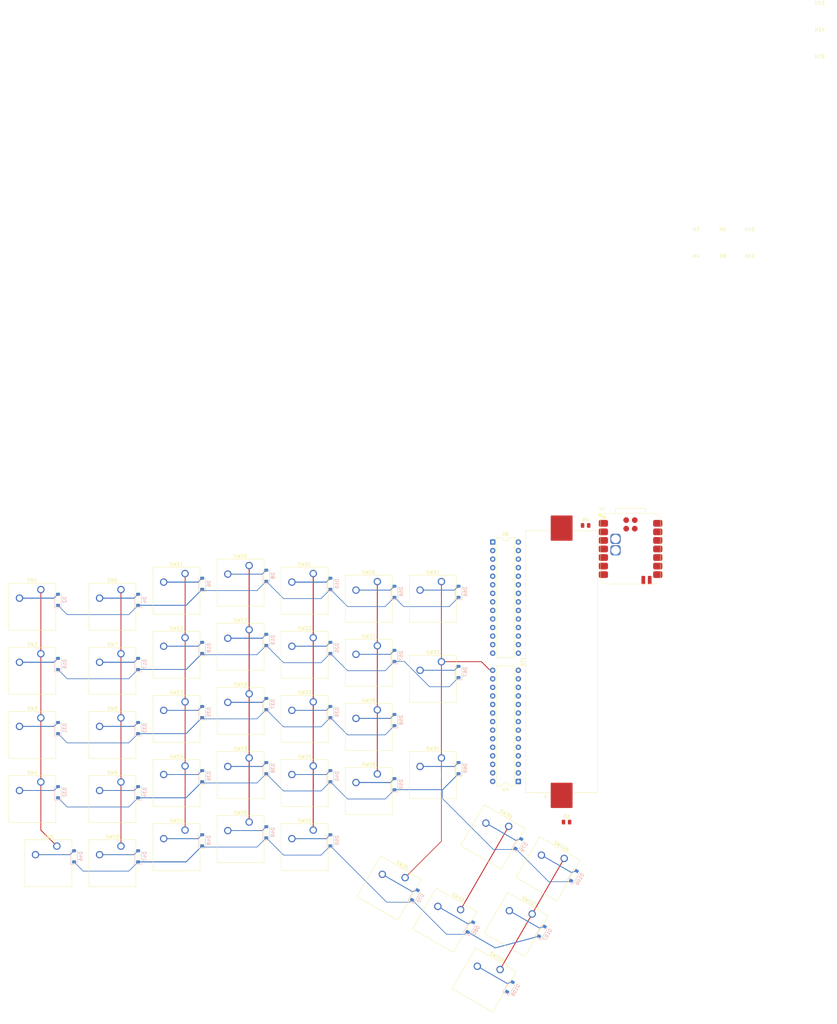
<source format=kicad_pcb>
(kicad_pcb (version 20241229) (generator "pcbnew") (generator_version "9.0")
  (layers (0 "F.Cu" signal) (2 "B.Cu" signal) (13 "F.Paste" user) (15 "B.Paste" user) (5 "F.SilkS" user "F.Silkscreen") (7 "B.SilkS" user "B.Silkscreen") (1 "F.Mask" user) (3 "B.Mask" user) (25 "Edge.Cuts" user))
  (net 0 "")
  (net 1 "Bat_Sense")
  (net 2 "Battery Vcc")
  (net 3 "GND")
  (net 4 "+3.3V")
  (net 5 "SDA")
  (net 6 "SCL")
  (net 7 "ROW0")
  (net 8 "ROW1")
  (net 9 "ROW2")
  (net 10 "ROW3")
  (net 11 "ROW4")
  (net 12 "ROW5")
  (net 13 "COLUMN0")
  (net 14 "COLUMN1")
  (net 15 "COLUMN2")
  (net 16 "COLUMN3")
  (net 17 "COLUMN4")
  (net 18 "COLUMN5")
  (net 19 "COLUMN6")
  (net 20 "COLUMN7")
  (net 21 "COLUMN8")
  (net 22 "Net-(D2-A)")
  (net 23 "Net-(D4-A)")
  (net 24 "Net-(D6-A)")
  (net 25 "Net-(D8-A)")
  (net 26 "Net-(D10-A)")
  (net 27 "Net-(D16-A)")
  (net 28 "Net-(D17-A)")
  (net 29 "Net-(D18-A)")
  (net 30 "Net-(D19-A)")
  (net 31 "Net-(D20-A)")
  (net 32 "Net-(D31-A)")
  (net 33 "Net-(D32-A)")
  (net 34 "Net-(D33-A)")
  (net 35 "Net-(D34-A)")
  (net 36 "Net-(D35-A)")
  (net 37 "Net-(D36-A)")
  (net 38 "Net-(D37-A)")
  (net 39 "Net-(D38-A)")
  (net 40 "Net-(D39-A)")
  (net 41 "Net-(D40-A)")
  (net 42 "Net-(D46-A)")
  (net 43 "Net-(D47-A)")
  (net 44 "Net-(D48-A)")
  (net 45 "Net-(D49-A)")
  (net 46 "Net-(D50-A)")
  (net 47 "Net-(D56-A)")
  (net 48 "Net-(D57-A)")
  (net 49 "Net-(D58-A)")
  (net 50 "Net-(D59-A)")
  (net 51 "Net-(D66-A)")
  (net 52 "Net-(D67-A)")
  (net 53 "Net-(D69-A)")
  (net 54 "Net-(D70-A)")
  (net 55 "Net-(D79-A)")
  (net 56 "Net-(D80-A)")
  (net 57 "Net-(D106-A)")
  (net 58 "Net-(D107-A)")
  (net 59 "Net-(D108-A)")
  (footprint "Button_Switch_Keyboard:SW_Cherry_MX_1.00u_PCB" (layer "F.Cu") (at 133.35 59.53125)
    (property "Reference" "SW22")
    (property "Value" "SW_Push_45deg")
  )
  (footprint "MountingHole:MountingHole_3.2mm_M3" (layer "F.Cu") (at 283.88375 -124.88125)
    (property "Reference" "H13")
    (property "Value" "MountingHole")
  )
  (footprint "Button_Switch_Keyboard:SW_Cherry_MX_1.00u_PCB" (layer "F.Cu") (at 52.3875 45.24375)
    (property "Reference" "SW1")
    (property "Value" "SW_Push_45deg")
  )
  (footprint "Button_Switch_Keyboard:SW_Cherry_MX_1.00u_PCB" (layer "F.Cu") (at 160.648892 130.797784 -30)
    (property "Reference" "SW35")
    (property "Value" "SW_Push_45deg")
  )
  (footprint "MountingHole:MountingHole_3.2mm_M3" (layer "F.Cu") (at 263.01375 -57.60125)
    (property "Reference" "H10")
    (property "Value" "MountingHole")
  )
  (footprint "MountingHole:MountingHole_3.2mm_M3" (layer "F.Cu") (at 247.11375 -49.65125)
    (property "Reference" "H4")
    (property "Value" "MountingHole")
  )
  (footprint "MountingHole:MountingHole_3.2mm_M3" (layer "F.Cu") (at 283.88375 -116.93125)
    (property "Reference" "H14")
    (property "Value" "MountingHole")
  )
  (footprint "Button_Switch_Keyboard:SW_Cherry_MX_1.00u_PCB" (layer "F.Cu") (at 114.3 76.2)
    (property "Reference" "SW18")
    (property "Value" "SW_Push_45deg")
  )
  (footprint "MountingHole:MountingHole_3.2mm_M3" (layer "F.Cu") (at 263.01375 -49.65125)
    (property "Reference" "H12")
    (property "Value" "MountingHole")
  )
  (footprint "Button_Switch_Keyboard:SW_Cherry_MX_1.00u_PCB" (layer "F.Cu") (at 198.40696 141.598892 -30)
    (property "Reference" "SW107")
    (property "Value" "SW_Push_45deg")
  )
  (footprint "Button_Switch_Keyboard:SW_Cherry_MX_1.00u_PCB" (layer "F.Cu") (at 57.15 121.44375)
    (property "Reference" "SW5")
    (property "Value" "SW_Push_45deg")
  )
  (footprint "Button_Switch_Keyboard:SW_Cherry_MX_1.00u_PCB" (layer "F.Cu") (at 52.3875 64.29375)
    (property "Reference" "SW2")
    (property "Value" "SW_Push_45deg")
  )
  (footprint "Button_Switch_Keyboard:SW_Cherry_MX_1.00u_PCB" (layer "F.Cu") (at 76.2 45.24375)
    (property "Reference" "SW6")
    (property "Value" "SW_Push_45deg")
  )
  (footprint "Button_Switch_Keyboard:SW_Cherry_MX_1.00u_PCB" (layer "F.Cu") (at 95.25 78.58125)
    (property "Reference" "SW13")
    (property "Value" "SW_Push_45deg")
  )
  (footprint "Resistor_SMD:R_0805_2012Metric" (layer "F.Cu") (at 208.6375 114.3)
    (property "Reference" "R2")
    (property "Value" "806K")
  )
  (footprint "Button_Switch_Keyboard:SW_Cherry_MX_1.00u_PCB" (layer "F.Cu") (at 76.2 121.44375)
    (property "Reference" "SW10")
    (property "Value" "SW_Push_45deg")
  )
  (footprint "Resistor_SMD:R_0805_2012Metric" (layer "F.Cu") (at 214.3125 26.19375)
    (property "Reference" "R4")
    (property "Value" "2M")
  )
  (footprint "Button_Switch_Keyboard:SW_Cherry_MX_1.00u_PCB" (layer "F.Cu") (at 191.434176 115.576108 -30)
    (property "Reference" "SW39")
    (property "Value" "SW_Push_45deg")
  )
  (footprint "Button_Switch_Keyboard:SW_Cherry_MX_1.00u_PCB" (layer "F.Cu") (at 171.45 95.25)
    (property "Reference" "SW34")
    (property "Value" "SW_Push_45deg")
  )
  (footprint "Battery:BatteryHolder_Keystone_1042_1x18650" (layer "F.Cu") (at 207.16875 66.675 90)
    (property "Reference" "BT1")
    (property "Value" "Battery_Cell")
  )
  (footprint "Split Keyboard:modified-XIAO-nRF52840-SMD" (layer "F.Cu") (at 227.68875 33.17875)
    (property "Reference" "U2")
    (property "Value" "XIAO-nRF52840-SMD")
  )
  (footprint "Button_Switch_Keyboard:SW_Cherry_MX_1.00u_PCB" (layer "F.Cu") (at 152.4 42.8625)
    (property "Reference" "SW26")
    (property "Value" "SW_Push_45deg")
  )
  (footprint "Button_Switch_Keyboard:SW_Cherry_MX_1.00u_PCB" (layer "F.Cu") (at 177.146676 140.322784 -30)
    (property "Reference" "SW40")
    (property "Value" "SW_Push_45deg")
  )
  (footprint "Button_Switch_Keyboard:SW_Cherry_MX_1.00u_PCB" (layer "F.Cu") (at 76.2 102.39375)
    (property "Reference" "SW9")
    (property "Value" "SW_Push_45deg")
  )
  (footprint "Button_Switch_Keyboard:SW_Cherry_MX_1.00u_PCB" (layer "F.Cu") (at 133.35 78.58125)
    (property "Reference" "SW23")
    (property "Value" "SW_Push_45deg")
  )
  (footprint "MountingHole:MountingHole_3.2mm_M3" (layer "F.Cu") (at 255.06375 -49.65125)
    (property "Reference" "H8")
    (property "Value" "MountingHole")
  )
  (footprint "Button_Switch_Keyboard:SW_Cherry_MX_1.00u_PCB" (layer "F.Cu") (at 133.35 116.68125)
    (property "Reference" "SW25")
    (property "Value" "SW_Push_45deg")
  )
  (footprint "Button_Switch_Keyboard:SW_Cherry_MX_1.00u_PCB" (layer "F.Cu") (at 52.3875 83.34375)
    (property "Reference" "SW3")
    (property "Value" "SW_Push_45deg")
  )
  (footprint "Button_Switch_Keyboard:SW_Cherry_MX_1.00u_PCB" (layer "F.Cu") (at 188.88196 158.096676 -30)
    (property "Reference" "SW108")
    (property "Value" "SW_Push_45deg")
  )
  (footprint "Button_Switch_Keyboard:SW_Cherry_MX_1.00u_PCB" (layer "F.Cu") (at 133.35 97.63125)
    (property "Reference" "SW24")
    (property "Value" "SW_Push_45deg")
  )
  (footprint "MountingHole:MountingHole_3.2mm_M3" (layer "F.Cu") (at 247.11375 -57.60125)
    (property "Reference" "H2")
    (property "Value" "MountingHole")
  )
  (footprint "Button_Switch_Keyboard:SW_Cherry_MX_1.00u_PCB" (layer "F.Cu") (at 95.25 40.48125)
    (property "Reference" "SW11")
    (property "Value" "SW_Push_45deg")
  )
  (footprint "Button_Switch_Keyboard:SW_Cherry_MX_1.00u_PCB" (layer "F.Cu") (at 76.2 64.29375)
    (property "Reference" "SW7")
    (property "Value" "SW_Push_45deg")
  )
  (footprint "Button_Switch_Keyboard:SW_Cherry_MX_1.00u_PCB" (layer "F.Cu") (at 171.45 42.8625)
    (property "Reference" "SW31")
    (property "Value" "SW_Push_45deg")
  )
  (footprint "Button_Switch_Keyboard:SW_Cherry_MX_1.00u_PCB" (layer "F.Cu") (at 95.25 59.53125)
    (property "Reference" "SW12")
    (property "Value" "SW_Push_45deg")
  )
  (footprint "Button_Switch_Keyboard:SW_Cherry_MX_1.00u_PCB" (layer "F.Cu") (at 95.25 97.63125)
    (property "Reference" "SW14")
    (property "Value" "SW_Push_45deg")
  )
  (footprint "Package_DIP:DIP-28_W7.62mm" (layer "F.Cu") (at 194.305 102.235 180)
    (property "Reference" "U4")
    (property "Value" "MCP23017_SP")
  )
  (footprint "Button_Switch_Keyboard:SW_Cherry_MX_1.00u_PCB" (layer "F.Cu") (at 95.25 116.68125)
    (property "Reference" "SW15")
    (property "Value" "SW_Push_45deg")
  )
  (footprint "Button_Switch_Keyboard:SW_Cherry_MX_1.00u_PCB" (layer "F.Cu") (at 114.3 95.25)
    (property "Reference" "SW19")
    (property "Value" "SW_Push_45deg")
  )
  (footprint "Button_Switch_Keyboard:SW_Cherry_MX_1.00u_PCB" (layer "F.Cu") (at 76.2 83.34375)
    (property "Reference" "SW8")
    (property "Value" "SW_Push_45deg")
  )
  (footprint "Button_Switch_Keyboard:SW_Cherry_MX_1.00u_PCB" (layer "F.Cu") (at 152.4 100.0125)
    (property "Reference" "SW29")
    (property "Value" "SW_Push_45deg")
  )
  (footprint "Package_DIP:DIP-28_W7.62mm" (layer "F.Cu") (at 186.695 31.115)
    (property "Reference" "U6")
    (property "Value" "MCP23017_SP")
  )
  (footprint "Button_Switch_Keyboard:SW_Cherry_MX_1.00u_PCB" (layer "F.Cu") (at 114.3 114.3)
    (property "Reference" "SW20")
    (property "Value" "SW_Push_45deg")
  )
  (footprint "Button_Switch_Keyboard:SW_Cherry_MX_1.00u_PCB" (layer "F.Cu") (at 52.3875 102.39375)
    (property "Reference" "SW4")
    (property "Value" "SW_Push_45deg")
  )
  (footprint "Button_Switch_Keyboard:SW_Cherry_MX_1.00u_PCB" (layer "F.Cu") (at 152.4 80.9625)
    (property "Reference" "SW28")
    (property "Value" "SW_Push_45deg")
  )
  (footprint "Button_Switch_Keyboard:SW_Cherry_MX_1.00u_PCB" (layer "F.Cu") (at 207.93196 125.101108 -30)
    (property "Reference" "SW106")
    (property "Value" "SW_Push_45deg")
  )
  (footprint "Button_Switch_Keyboard:SW_Cherry_MX_1.00u_PCB" (layer "F.Cu") (at 114.3 38.1)
    (property "Reference" "SW16")
    (property "Value" "SW_Push_45deg")
  )
  (footprint "Button_Switch_Keyboard:SW_Cherry_MX_1.00u_PCB" (layer "F.Cu") (at 171.45 66.675)
    (property "Reference" "SW32")
    (property "Value" "SW_Push_45deg")
  )
  (footprint "MountingHole:MountingHole_3.2mm_M3" (layer "F.Cu") (at 255.06375 -57.60125)
    (property "Reference" "H6")
    (property "Value" "MountingHole")
  )
  (footprint "Button_Switch_Keyboard:SW_Cherry_MX_1.00u_PCB" (layer "F.Cu") (at 152.4 61.9125)
    (property "Reference" "SW27")
    (property "Value" "SW_Push_45deg")
  )
  (footprint "Button_Switch_Keyboard:SW_Cherry_MX_1.00u_PCB" (layer "F.Cu") (at 114.3 57.15)
    (property "Reference" "SW17")
    (property "Value" "SW_Push_45deg")
  )
  (footprint "Button_Switch_Keyboard:SW_Cherry_MX_1.00u_PCB" (layer "F.Cu") (at 133.35 40.48125)
    (property "Reference" "SW21")
    (property "Value" "SW_Push_45deg")
  )
  (footprint "MountingHole:MountingHole_3.2mm_M3" (layer "F.Cu") (at 283.88375 -108.98125)
    (property "Reference" "H15")
    (property "Value" "MountingHole")
  )
  (footprint "Diode_SMD:D_SOD-123" (layer "B.Cu") (at 100.33 62.56125 90)
    (property "Reference" "D18")
    (property "Value" "D")
  )
  (footprint "Diode_SMD:D_SOD-123" (layer "B.Cu") (at 57.4675 48.27375 90)
    (property "Reference" "D2")
    (property "Value" "D")
  )
  (footprint "Diode_SMD:D_SOD-123" (layer "B.Cu") (at 81.28 67.32375 90)
    (property "Reference" "D17")
    (property "Value" "D")
  )
  (footprint "Diode_SMD:D_SOD-123" (layer "B.Cu") (at 100.33 43.51125 90)
    (property "Reference" "D6")
    (property "Value" "D")
  )
  (footprint "Diode_SMD:D_SOD-123" (layer "B.Cu") (at 157.48 103.0425 90)
    (property "Reference" "D59")
    (property "Value" "D")
  )
  (footprint "Diode_SMD:D_SOD-123" (layer "B.Cu") (at 138.43 43.51125 90)
    (property "Reference" "D10")
    (property "Value" "D")
  )
  (footprint "Diode_SMD:D_SOD-123" (layer "B.Cu") (at 138.43 81.61125 90)
    (property "Reference" "D39")
    (property "Value" "D")
  )
  (footprint "Diode_SMD:D_SOD-123" (layer "B.Cu") (at 100.33 100.66125 90)
    (property "Reference" "D36")
    (property "Value" "D")
  )
  (footprint "Diode_SMD:D_SOD-123" (layer "B.Cu") (at 138.43 100.66125 90)
    (property "Reference" "D40")
    (property "Value" "D")
  )
  (footprint "Diode_SMD:D_SOD-123" (layer "B.Cu") (at 138.43 62.56125 90)
    (property "Reference" "D20")
    (property "Value" "D")
  )
  (footprint "Diode_SMD:D_SOD-123" (layer "B.Cu") (at 81.28 48.27375 90)
    (property "Reference" "D4")
    (property "Value" "D")
  )
  (footprint "Diode_SMD:D_SOD-123" (layer "B.Cu") (at 119.38 117.33 90)
    (property "Reference" "D49")
    (property "Value" "D")
  )
  (footprint "Diode_SMD:D_SOD-123" (layer "B.Cu") (at 176.53 69.705 90)
    (property "Reference" "D67")
    (property "Value" "D")
  )
  (footprint "Diode_SMD:D_SOD-123" (layer "B.Cu") (at 57.4675 67.32375 90)
    (property "Reference" "D16")
    (property "Value" "D")
  )
  (footprint "Diode_SMD:D_SOD-123" (layer "B.Cu") (at 157.48 83.9925 90)
    (property "Reference" "D58")
    (property "Value" "D")
  )
  (footprint "Diode_SMD:D_SOD-123" (layer "B.Cu") (at 119.38 98.28 90)
    (property "Reference" "D38")
    (property "Value" "D")
  )
  (footprint "Diode_SMD:D_SOD-123" (layer "B.Cu") (at 176.53 98.28 90)
    (property "Reference" "D69")
    (property "Value" "D")
  )
  (footprint "Diode_SMD:D_SOD-123" (layer "B.Cu") (at 157.48 45.8925 90)
    (property "Reference" "D56")
    (property "Value" "D")
  )
  (footprint "Diode_SMD:D_SOD-123" (layer "B.Cu") (at 176.53 45.8925 90)
    (property "Reference" "D66")
    (property "Value" "D")
  )
  (footprint "Diode_SMD:D_SOD-123" (layer "B.Cu") (at 81.28 105.42375 90)
    (property "Reference" "D34")
    (property "Value" "D")
  )
  (footprint "Diode_SMD:D_SOD-123" (layer "B.Cu") (at 191.766369 163.260732 60)
    (property "Reference" "D108")
    (property "Value" "D")
  )
  (footprint "Diode_SMD:D_SOD-123" (layer "B.Cu") (at 157.48 64.9425 90)
    (property "Reference" "D57")
    (property "Value" "D")
  )
  (footprint "Diode_SMD:D_SOD-123" (layer "B.Cu") (at 57.4675 86.37375 90)
    (property "Reference" "D31")
    (property "Value" "D")
  )
  (footprint "Diode_SMD:D_SOD-123" (layer "B.Cu") (at 100.33 81.61125 90)
    (property "Reference" "D35")
    (property "Value" "D")
  )
  (footprint "Diode_SMD:D_SOD-123" (layer "B.Cu") (at 119.38 60.18 90)
    (property "Reference" "D19")
    (property "Value" "D")
  )
  (footprint "Diode_SMD:D_SOD-123" (layer "B.Cu") (at 100.33 119.71125 90)
    (property "Reference" "D48")
    (property "Value" "D")
  )
  (footprint "Diode_SMD:D_SOD-123" (layer "B.Cu") (at 57.4675 105.42375 90)
    (property "Reference" "D32")
    (property "Value" "D")
  )
  (footprint "Diode_SMD:D_SOD-123" (layer "B.Cu") (at 210.816369 130.265164 60)
    (property "Reference" "D106")
    (property "Value" "D")
  )
  (footprint "Diode_SMD:D_SOD-123" (layer "B.Cu") (at 119.38 41.13 90)
    (property "Reference" "D8")
    (property "Value" "D")
  )
  (footprint "Diode_SMD:D_SOD-123" (layer "B.Cu") (at 180.031085 145.48684 60)
    (property "Reference" "D80")
    (property "Value" "D")
  )
  (footprint "Diode_SMD:D_SOD-123" (layer "B.Cu") (at 81.28 124.47375 90)
    (property "Reference" "D47")
    (property "Value" "D")
  )
  (footprint "Diode_SMD:D_SOD-123" (layer "B.Cu") (at 119.38 79.23 90)
    (property "Reference" "D37")
    (property "Value" "D")
  )
  (footprint "Diode_SMD:D_SOD-123" (layer "B.Cu") (at 62.23 124.47375 90)
    (property "Reference" "D46")
    (property "Value" "D")
  )
  (footprint "Diode_SMD:D_SOD-123" (layer "B.Cu") (at 138.43 119.71125 90)
    (property "Reference" "D50")
    (property "Value" "D")
  )
  (footprint "Diode_SMD:D_SOD-123" (layer "B.Cu") (at 201.291369 146.762948 60)
    (property "Reference" "D107")
    (property "Value" "D")
  )
  (footprint "Diode_SMD:D_SOD-123" (layer "B.Cu") (at 163.533301 135.96184 60)
    (property "Reference" "D70")
    (property "Value" "D")
  )
  (footprint "Diode_SMD:D_SOD-123" (layer "B.Cu") (at 194.318585 120.740164 60)
    (property "Reference" "D79")
    (property "Value" "D")
  )
  (footprint "Diode_SMD:D_SOD-123" (layer "B.Cu") (at 81.28 86.37375 90)
    (property "Reference" "D33")
    (property "Value" "D")
  )
  (segment (start 160.231 50.2935) (end 173.779 50.2935) (width 0.2) (layer "B.Cu") (net 7))
  (segment (start 173.779 50.2935) (end 176.53 47.5425) (width 0.2) (layer "B.Cu") (net 7))
  (segment (start 95.5675 49.92375) (end 100.33 45.16125) (width 0.2) (layer "B.Cu") (net 7))
  (segment (start 138.43 45.16125) (end 143.56225 50.2935) (width 0.2) (layer "B.Cu") (net 7))
  (segment (start 95.5675 49.92375) (end 100.33 45.16125) (width 0.2) (layer "B.Cu") (net 7))
  (segment (start 78.529 52.67475) (end 81.28 49.92375) (width 0.2) (layer "B.Cu") (net 7))
  (segment (start 135.679 47.91225) (end 138.43 45.16125) (width 0.2) (layer "B.Cu") (net 7))
  (segment (start 143.56225 50.2935) (end 154.729 50.2935) (width 0.2) (layer "B.Cu") (net 7))
  (segment (start 100.69975 45.531) (end 116.629 45.531) (width 0.2) (layer "B.Cu") (net 7))
  (segment (start 81.28 49.92375) (end 95.5675 49.92375) (width 0.2) (layer "B.Cu") (net 7))
  (segment (start 100.33 45.16125) (end 100.69975 45.531) (width 0.2) (layer "B.Cu") (net 7))
  (segment (start 81.28 49.92375) (end 95.5675 49.92375) (width 0.2) (layer "B.Cu") (net 7))
  (segment (start 60.2185 52.67475) (end 78.529 52.67475) (width 0.2) (layer "B.Cu") (net 7))
  (segment (start 157.48 47.5425) (end 160.231 50.2935) (width 0.2) (layer "B.Cu") (net 7))
  (segment (start 154.729 50.2935) (end 157.48 47.5425) (width 0.2) (layer "B.Cu") (net 7))
  (segment (start 119.38 42.78) (end 124.51225 47.91225) (width 0.2) (layer "B.Cu") (net 7))
  (segment (start 81.28 49.92375) (end 95.5675 49.92375) (width 0.2) (layer "B.Cu") (net 7))
  (segment (start 95.5675 49.92375) (end 100.33 45.16125) (width 0.2) (layer "B.Cu") (net 7))
  (segment (start 57.4675 49.92375) (end 60.2185 52.67475) (width 0.2) (layer "B.Cu") (net 7))
  (segment (start 124.51225 47.91225) (end 135.679 47.91225) (width 0.2) (layer "B.Cu") (net 7))
  (segment (start 116.629 45.531) (end 119.38 42.78) (width 0.2) (layer "B.Cu") (net 7))
  (segment (start 95.5675 49.92375) (end 100.33 45.16125) (width 0.2) (layer "B.Cu") (net 7))
  (segment (start 81.28 49.92375) (end 95.5675 49.92375) (width 0.2) (layer "B.Cu") (net 7))
  (segment (start 100.69975 64.581) (end 116.629 64.581) (width 0.2) (layer "B.Cu") (net 8))
  (segment (start 135.679 66.96225) (end 138.43 64.21125) (width 0.2) (layer "B.Cu") (net 8))
  (segment (start 81.28 68.97375) (end 95.5675 68.97375) (width 0.2) (layer "B.Cu") (net 8))
  (segment (start 95.5675 68.97375) (end 100.33 64.21125) (width 0.2) (layer "B.Cu") (net 8))
  (segment (start 60.2185 71.72475) (end 78.529 71.72475) (width 0.2) (layer "B.Cu") (net 8))
  (segment (start 124.51225 66.96225) (end 135.679 66.96225) (width 0.2) (layer "B.Cu") (net 8))
  (segment (start 81.28 68.97375) (end 95.5675 68.97375) (width 0.2) (layer "B.Cu") (net 8))
  (segment (start 95.5675 68.97375) (end 100.33 64.21125) (width 0.2) (layer "B.Cu") (net 8))
  (segment (start 154.729 69.3435) (end 157.48 66.5925) (width 0.2) (layer "B.Cu") (net 8))
  (segment (start 119.38 61.83) (end 124.51225 66.96225) (width 0.2) (layer "B.Cu") (net 8))
  (segment (start 138.43 64.21125) (end 143.56225 69.3435) (width 0.2) (layer "B.Cu") (net 8))
  (segment (start 116.629 64.581) (end 119.38 61.83) (width 0.2) (layer "B.Cu") (net 8))
  (segment (start 81.28 68.97375) (end 95.5675 68.97375) (width 0.2) (layer "B.Cu") (net 8))
  (segment (start 78.529 71.72475) (end 81.28 68.97375) (width 0.2) (layer "B.Cu") (net 8))
  (segment (start 95.5675 68.97375) (end 100.33 64.21125) (width 0.2) (layer "B.Cu") (net 8))
  (segment (start 143.56225 69.3435) (end 154.729 69.3435) (width 0.2) (layer "B.Cu") (net 8))
  (segment (start 160.422684 66.5925) (end 167.936184 74.106) (width 0.2) (layer "B.Cu") (net 8))
  (segment (start 100.33 64.21125) (end 100.69975 64.581) (width 0.2) (layer "B.Cu") (net 8))
  (segment (start 167.936184 74.106) (end 173.779 74.106) (width 0.2) (layer "B.Cu") (net 8))
  (segment (start 173.779 74.106) (end 176.53 71.355) (width 0.2) (layer "B.Cu") (net 8))
  (segment (start 157.48 66.5925) (end 160.422684 66.5925) (width 0.2) (layer "B.Cu") (net 8))
  (segment (start 95.5675 68.97375) (end 100.33 64.21125) (width 0.2) (layer "B.Cu") (net 8))
  (segment (start 81.28 68.97375) (end 95.5675 68.97375) (width 0.2) (layer "B.Cu") (net 8))
  (segment (start 57.4675 68.97375) (end 60.2185 71.72475) (width 0.2) (layer "B.Cu") (net 8))
  (segment (start 81.28 88.02375) (end 95.5675 88.02375) (width 0.2) (layer "B.Cu") (net 9))
  (segment (start 100.33 83.26125) (end 100.69975 83.631) (width 0.2) (layer "B.Cu") (net 9))
  (segment (start 119.38 80.88) (end 124.51225 86.01225) (width 0.2) (layer "B.Cu") (net 9))
  (segment (start 95.5675 88.02375) (end 100.33 83.26125) (width 0.2) (layer "B.Cu") (net 9))
  (segment (start 100.69975 83.631) (end 116.629 83.631) (width 0.2) (layer "B.Cu") (net 9))
  (segment (start 124.51225 86.01225) (end 135.679 86.01225) (width 0.2) (layer "B.Cu") (net 9))
  (segment (start 60.2185 90.77475) (end 78.529 90.77475) (width 0.2) (layer "B.Cu") (net 9))
  (segment (start 95.5675 88.02375) (end 100.33 83.26125) (width 0.2) (layer "B.Cu") (net 9))
  (segment (start 95.5675 88.02375) (end 100.33 83.26125) (width 0.2) (layer "B.Cu") (net 9))
  (segment (start 95.5675 88.02375) (end 100.33 83.26125) (width 0.2) (layer "B.Cu") (net 9))
  (segment (start 143.56225 88.3935) (end 154.729 88.3935) (width 0.2) (layer "B.Cu") (net 9))
  (segment (start 81.28 88.02375) (end 95.5675 88.02375) (width 0.2) (layer "B.Cu") (net 9))
  (segment (start 138.43 83.26125) (end 143.56225 88.3935) (width 0.2) (layer "B.Cu") (net 9))
  (segment (start 116.629 83.631) (end 119.38 80.88) (width 0.2) (layer "B.Cu") (net 9))
  (segment (start 135.679 86.01225) (end 138.43 83.26125) (width 0.2) (layer "B.Cu") (net 9))
  (segment (start 78.529 90.77475) (end 81.28 88.02375) (width 0.2) (layer "B.Cu") (net 9))
  (segment (start 154.729 88.3935) (end 157.48 85.6425) (width 0.2) (layer "B.Cu") (net 9))
  (segment (start 57.4675 88.02375) (end 60.2185 90.77475) (width 0.2) (layer "B.Cu") (net 9))
  (segment (start 81.28 88.02375) (end 95.5675 88.02375) (width 0.2) (layer "B.Cu") (net 9))
  (segment (start 81.28 88.02375) (end 95.5675 88.02375) (width 0.2) (layer "B.Cu") (net 9))
  (segment (start 157.48 104.6925) (end 171.7675 104.6925) (width 0.2) (layer "B.Cu") (net 10))
  (segment (start 157.48 104.6925) (end 171.7675 104.6925) (width 0.2) (layer "B.Cu") (net 10))
  (segment (start 81.28 107.07375) (end 95.5675 107.07375) (width 0.2) (layer "B.Cu") (net 10))
  (segment (start 209.661946 132.023529) (end 209.991369 131.694106) (width 0.2) (layer "B.Cu") (net 10))
  (segment (start 157.48 104.6925) (end 171.7675 104.6925) (width 0.2) (layer "B.Cu") (net 10))
  (segment (start 100.33 102.31125) (end 100.69975 102.681) (width 0.2) (layer "B.Cu") (net 10))
  (segment (start 95.5675 107.07375) (end 100.33 102.31125) (width 0.2) (layer "B.Cu") (net 10))
  (segment (start 57.4675 107.07375) (end 60.2185 109.82475) (width 0.2) (layer "B.Cu") (net 10))
  (segment (start 171.7675 104.6925) (end 176.53 99.93) (width 0.2) (layer "B.Cu") (net 10))
  (segment (start 116.629 102.681) (end 119.38 99.93) (width 0.2) (layer "B.Cu") (net 10))
  (segment (start 143.56225 107.4435) (end 154.729 107.4435) (width 0.2) (layer "B.Cu") (net 10))
  (segment (start 100.69975 102.681) (end 116.629 102.681) (width 0.2) (layer "B.Cu") (net 10))
  (segment (start 154.729 107.4435) (end 157.48 104.6925) (width 0.2) (layer "B.Cu") (net 10))
  (segment (start 157.48 104.6925) (end 171.7675 104.6925) (width 0.2) (layer "B.Cu") (net 10))
  (segment (start 171.7675 104.6925) (end 176.53 99.93) (width 0.2) (layer "B.Cu") (net 10))
  (segment (start 95.5675 107.07375) (end 100.33 102.31125) (width 0.2) (layer "B.Cu") (net 10))
  (segment (start 193.493585 122.169106) (end 203.348008 132.023529) (width 0.2) (layer "B.Cu") (net 10))
  (segment (start 81.28 107.07375) (end 95.5675 107.07375) (width 0.2) (layer "B.Cu") (net 10))
  (segment (start 171.7675 104.6925) (end 171.7675 107.336425) (width 0.2) (layer "B.Cu") (net 10))
  (segment (start 81.28 107.07375) (end 95.5675 107.07375) (width 0.2) (layer "B.Cu") (net 10))
  (segment (start 124.51225 105.06225) (end 135.679 105.06225) (width 0.2) (layer "B.Cu") (net 10))
  (segment (start 171.7675 104.6925) (end 176.53 99.93) (width 0.2) (layer "B.Cu") (net 10))
  (segment (start 186.877592 122.446517) (end 193.216174 122.446517) (width 0.2) (layer "B.Cu") (net 10))
  (segment (start 119.38 99.93) (end 124.51225 105.06225) (width 0.2) (layer "B.Cu") (net 10))
  (segment (start 193.216174 122.446517) (end 193.493585 122.169106) (width 0.2) (layer "B.Cu") (net 10))
  (segment (start 203.348008 132.023529) (end 209.661946 132.023529) (width 0.2) (layer "B.Cu") (net 10))
  (segment (start 60.2185 109.82475) (end 78.529 109.82475) (width 0.2) (layer "B.Cu") (net 10))
  (segment (start 78.529 109.82475) (end 81.28 107.07375) (width 0.2) (layer "B.Cu") (net 10))
  (segment (start 171.7675 107.336425) (end 186.877592 122.446517) (width 0.2) (layer "B.Cu") (net 10))
  (segment (start 138.43 102.31125) (end 143.56225 107.4435) (width 0.2) (layer "B.Cu") (net 10))
  (segment (start 95.5675 107.07375) (end 100.33 102.31125) (width 0.2) (layer "B.Cu") (net 10))
  (segment (start 135.679 105.06225) (end 138.43 102.31125) (width 0.2) (layer "B.Cu") (net 10))
  (segment (start 81.28 107.07375) (end 95.5675 107.07375) (width 0.2) (layer "B.Cu") (net 10))
  (segment (start 95.5675 107.07375) (end 100.33 102.31125) (width 0.2) (layer "B.Cu") (net 10))
  (segment (start 171.7675 104.6925) (end 176.53 99.93) (width 0.2) (layer "B.Cu") (net 10))
  (segment (start 187.454977 151.678281) (end 200.466369 148.19189) (width 0.2) (layer "B.Cu") (net 11))
  (segment (start 179.206085 146.915782) (end 187.454977 151.678281) (width 0.2) (layer "B.Cu") (net 11))
  (segment (start 119.38 118.98) (end 124.51225 124.11225) (width 0.2) (layer "B.Cu") (net 11))
  (segment (start 138.43 121.36125) (end 155.18125 138.1125) (width 0.2) (layer "B.Cu") (net 11))
  (segment (start 78.529 128.87475) (end 81.28 126.12375) (width 0.2) (layer "B.Cu") (net 11))
  (segment (start 100.33 121.36125) (end 100.69975 121.731) (width 0.2) (layer "B.Cu") (net 11))
  (segment (start 95.5675 126.12375) (end 100.33 121.36125) (width 0.2) (layer "B.Cu") (net 11))
  (segment (start 116.629 121.731) (end 119.38 118.98) (width 0.2) (layer "B.Cu") (net 11))
  (segment (start 179.206085 146.915782) (end 187.454977 151.678281) (width 0.2) (layer "B.Cu") (net 11))
  (segment (start 187.454977 151.678281) (end 200.466369 148.19189) (width 0.2) (layer "B.Cu") (net 11))
  (segment (start 64.981 128.87475) (end 78.529 128.87475) (width 0.2) (layer "B.Cu") (net 11))
  (segment (start 81.28 126.12375) (end 95.5675 126.12375) (width 0.2) (layer "B.Cu") (net 11))
  (segment (start 81.28 126.12375) (end 95.5675 126.12375) (width 0.2) (layer "B.Cu") (net 11))
  (segment (start 124.51225 124.11225) (end 135.679 124.11225) (width 0.2) (layer "B.Cu") (net 11))
  (segment (start 178.484367 147.6375) (end 179.206085 146.915782) (width 0.2) (layer "B.Cu") (net 11))
  (segment (start 62.23 126.12375) (end 64.981 128.87475) (width 0.2) (layer "B.Cu") (net 11))
  (segment (start 100.69975 121.731) (end 116.629 121.731) (width 0.2) (layer "B.Cu") (net 11))
  (segment (start 95.5675 126.12375) (end 100.33 121.36125) (width 0.2) (layer "B.Cu") (net 11))
  (segment (start 187.454977 151.678281) (end 200.466369 148.19189) (width 0.2) (layer "B.Cu") (net 11))
  (segment (start 155.18125 138.1125) (end 161.986583 138.1125) (width 0.2) (layer "B.Cu") (net 11))
  (segment (start 81.28 126.12375) (end 95.5675 126.12375) (width 0.2) (layer "B.Cu") (net 11))
  (segment (start 95.5675 126.12375) (end 100.33 121.36125) (width 0.2) (layer "B.Cu") (net 11))
  (segment (start 179.206085 146.915782) (end 187.454977 151.678281) (width 0.2) (layer "B.Cu") (net 11))
  (segment (start 81.28 126.12375) (end 95.5675 126.12375) (width 0.2) (layer "B.Cu") (net 11))
  (segment (start 95.5675 126.12375) (end 100.33 121.36125) (width 0.2) (layer "B.Cu") (net 11))
  (segment (start 135.679 124.11225) (end 138.43 121.36125) (width 0.2) (layer "B.Cu") (net 11))
  (segment (start 162.708301 137.390782) (end 172.955019 147.6375) (width 0.2) (layer "B.Cu") (net 11))
  (segment (start 172.955019 147.6375) (end 178.484367 147.6375) (width 0.2) (layer "B.Cu") (net 11))
  (segment (start 179.206085 146.915782) (end 187.454977 151.678281) (width 0.2) (layer "B.Cu") (net 11))
  (segment (start 187.454977 151.678281) (end 200.466369 148.19189) (width 0.2) (layer "B.Cu") (net 11))
  (segment (start 161.986583 138.1125) (end 162.708301 137.390782) (width 0.2) (layer "B.Cu") (net 11))
  (segment (start 52.3875 116.68125) (end 57.15 121.44375) (width 0.2) (layer "F.Cu") (net 13))
  (segment (start 52.3875 116.68125) (end 57.15 121.44375) (width 0.2) (layer "F.Cu") (net 13))
  (segment (start 52.3875 83.34375) (end 52.3875 102.39375) (width 0.2) (layer "F.Cu") (net 13))
  (segment (start 52.3875 64.29375) (end 52.3875 83.34375) (width 0.2) (layer "F.Cu") (net 13))
  (segment (start 52.3875 64.29375) (end 52.3875 83.34375) (width 0.2) (layer "F.Cu") (net 13))
  (segment (start 52.3875 45.24375) (end 52.3875 64.29375) (width 0.2) (layer "F.Cu") (net 13))
  (segment (start 52.3875 83.34375) (end 52.3875 102.39375) (width 0.2) (layer "F.Cu") (net 13))
  (segment (start 52.3875 83.34375) (end 52.3875 102.39375) (width 0.2) (layer "F.Cu") (net 13))
  (segment (start 52.3875 102.39375) (end 52.3875 116.68125) (width 0.2) (layer "F.Cu") (net 13))
  (segment (start 52.3875 45.24375) (end 52.3875 64.29375) (width 0.2) (layer "F.Cu") (net 13))
  (segment (start 52.3875 64.29375) (end 52.3875 83.34375) (width 0.2) (layer "F.Cu") (net 13))
  (segment (start 52.3875 102.39375) (end 52.3875 116.68125) (width 0.2) (layer "F.Cu") (net 13))
  (segment (start 52.3875 45.24375) (end 52.3875 64.29375) (width 0.2) (layer "F.Cu") (net 13))
  (segment (start 52.3875 116.68125) (end 57.15 121.44375) (width 0.2) (layer "F.Cu") (net 13))
  (segment (start 52.3875 102.39375) (end 52.3875 116.68125) (width 0.2) (layer "F.Cu") (net 13))
  (segment (start 52.3875 116.68125) (end 57.15 121.44375) (width 0.2) (layer "F.Cu") (net 13))
  (segment (start 52.3875 45.24375) (end 52.3875 64.29375) (width 0.2) (layer "F.Cu") (net 13))
  (segment (start 52.3875 83.34375) (end 52.3875 102.39375) (width 0.2) (layer "F.Cu") (net 13))
  (segment (start 52.3875 102.39375) (end 52.3875 116.68125) (width 0.2) (layer "F.Cu") (net 13))
  (segment (start 52.3875 64.29375) (end 52.3875 83.34375) (width 0.2) (layer "F.Cu") (net 13))
  (segment (start 76.2 83.34375) (end 76.2 102.39375) (width 0.2) (layer "F.Cu") (net 14))
  (segment (start 76.2 102.39375) (end 76.2 121.44375) (width 0.2) (layer "F.Cu") (net 14))
  (segment (start 76.2 64.29375) (end 76.2 83.34375) (width 0.2) (layer "F.Cu") (net 14))
  (segment (start 76.2 102.39375) (end 76.2 121.44375) (width 0.2) (layer "F.Cu") (net 14))
  (segment (start 76.2 45.24375) (end 76.2 64.29375) (width 0.2) (layer "F.Cu") (net 14))
  (segment (start 76.2 102.39375) (end 76.2 121.44375) (width 0.2) (layer "F.Cu") (net 14))
  (segment (start 76.2 102.39375) (end 76.2 121.44375) (width 0.2) (layer "F.Cu") (net 14))
  (segment (start 76.2 64.29375) (end 76.2 83.34375) (width 0.2) (layer "F.Cu") (net 14))
  (segment (start 76.2 45.24375) (end 76.2 64.29375) (width 0.2) (layer "F.Cu") (net 14))
  (segment (start 76.2 83.34375) (end 76.2 102.39375) (width 0.2) (layer "F.Cu") (net 14))
  (segment (start 76.2 83.34375) (end 76.2 102.39375) (width 0.2) (layer "F.Cu") (net 14))
  (segment (start 76.2 64.29375) (end 76.2 83.34375) (width 0.2) (layer "F.Cu") (net 14))
  (segment (start 76.2 83.34375) (end 76.2 102.39375) (width 0.2) (layer "F.Cu") (net 14))
  (segment (start 76.2 45.24375) (end 76.2 64.29375) (width 0.2) (layer "F.Cu") (net 14))
  (segment (start 76.2 64.29375) (end 76.2 83.34375) (width 0.2) (layer "F.Cu") (net 14))
  (segment (start 76.2 45.24375) (end 76.2 64.29375) (width 0.2) (layer "F.Cu") (net 14))
  (segment (start 95.25 59.53125) (end 95.25 78.58125) (width 0.2) (layer "F.Cu") (net 15))
  (segment (start 95.25 78.58125) (end 95.25 97.63125) (width 0.2) (layer "F.Cu") (net 15))
  (segment (start 95.25 59.53125) (end 95.25 78.58125) (width 0.2) (layer "F.Cu") (net 15))
  (segment (start 95.25 59.53125) (end 95.25 78.58125) (width 0.2) (layer "F.Cu") (net 15))
  (segment (start 95.25 40.48125) (end 95.25 59.53125) (width 0.2) (layer "F.Cu") (net 15))
  (segment (start 95.25 78.58125) (end 95.25 97.63125) (width 0.2) (layer "F.Cu") (net 15))
  (segment (start 95.25 97.63125) (end 95.25 116.68125) (width 0.2) (layer "F.Cu") (net 15))
  (segment (start 95.25 40.48125) (end 95.25 59.53125) (width 0.2) (layer "F.Cu") (net 15))
  (segment (start 95.25 97.63125) (end 95.25 116.68125) (width 0.2) (layer "F.Cu") (net 15))
  (segment (start 95.25 97.63125) (end 95.25 116.68125) (width 0.2) (layer "F.Cu") (net 15))
  (segment (start 95.25 59.53125) (end 95.25 78.58125) (width 0.2) (layer "F.Cu") (net 15))
  (segment (start 95.25 78.58125) (end 95.25 97.63125) (width 0.2) (layer "F.Cu") (net 15))
  (segment (start 95.25 97.63125) (end 95.25 116.68125) (width 0.2) (layer "F.Cu") (net 15))
  (segment (start 95.25 78.58125) (end 95.25 97.63125) (width 0.2) (layer "F.Cu") (net 15))
  (segment (start 95.25 40.48125) (end 95.25 59.53125) (width 0.2) (layer "F.Cu") (net 15))
  (segment (start 95.25 40.48125) (end 95.25 59.53125) (width 0.2) (layer "F.Cu") (net 15))
  (segment (start 114.3 38.1) (end 114.3 57.15) (width 0.2) (layer "F.Cu") (net 16))
  (segment (start 114.3 76.2) (end 114.3 95.25) (width 0.2) (layer "F.Cu") (net 16))
  (segment (start 114.3 95.25) (end 114.3 114.3) (width 0.2) (layer "F.Cu") (net 16))
  (segment (start 114.3 38.1) (end 114.3 57.15) (width 0.2) (layer "F.Cu") (net 16))
  (segment (start 114.3 95.25) (end 114.3 114.3) (width 0.2) (layer "F.Cu") (net 16))
  (segment (start 114.3 57.15) (end 114.3 76.2) (width 0.2) (layer "F.Cu") (net 16))
  (segment (start 114.3 95.25) (end 114.3 114.3) (width 0.2) (layer "F.Cu") (net 16))
  (segment (start 114.3 57.15) (end 114.3 76.2) (width 0.2) (layer "F.Cu") (net 16))
  (segment (start 114.3 76.2) (end 114.3 95.25) (width 0.2) (layer "F.Cu") (net 16))
  (segment (start 114.3 76.2) (end 114.3 95.25) (width 0.2) (layer "F.Cu") (net 16))
  (segment (start 114.3 95.25) (end 114.3 114.3) (width 0.2) (layer "F.Cu") (net 16))
  (segment (start 114.3 57.15) (end 114.3 76.2) (width 0.2) (layer "F.Cu") (net 16))
  (segment (start 114.3 38.1) (end 114.3 57.15) (width 0.2) (layer "F.Cu") (net 16))
  (segment (start 114.3 57.15) (end 114.3 76.2) (width 0.2) (layer "F.Cu") (net 16))
  (segment (start 114.3 38.1) (end 114.3 57.15) (width 0.2) (layer "F.Cu") (net 16))
  (segment (start 114.3 76.2) (end 114.3 95.25) (width 0.2) (layer "F.Cu") (net 16))
  (segment (start 133.35 40.48125) (end 133.35 59.53125) (width 0.2) (layer "F.Cu") (net 17))
  (segment (start 133.35 59.53125) (end 133.35 78.58125) (width 0.2) (layer "F.Cu") (net 17))
  (segment (start 133.35 59.53125) (end 133.35 78.58125) (width 0.2) (layer "F.Cu") (net 17))
  (segment (start 133.35 40.48125) (end 133.35 59.53125) (width 0.2) (layer "F.Cu") (net 17))
  (segment (start 133.35 97.63125) (end 133.35 116.68125) (width 0.2) (layer "F.Cu") (net 17))
  (segment (start 133.35 78.58125) (end 133.35 97.63125) (width 0.2) (layer "F.Cu") (net 17))
  (segment (start 133.35 97.63125) (end 133.35 116.68125) (width 0.2) (layer "F.Cu") (net 17))
  (segment (start 133.35 40.48125) (end 133.35 59.53125) (width 0.2) (layer "F.Cu") (net 17))
  (segment (start 133.35 78.58125) (end 133.35 97.63125) (width 0.2) (layer "F.Cu") (net 17))
  (segment (start 133.35 97.63125) (end 133.35 116.68125) (width 0.2) (layer "F.Cu") (net 17))
  (segment (start 133.35 78.58125) (end 133.35 97.63125) (width 0.2) (layer "F.Cu") (net 17))
  (segment (start 133.35 59.53125) (end 133.35 78.58125) (width 0.2) (layer "F.Cu") (net 17))
  (segment (start 133.35 78.58125) (end 133.35 97.63125) (width 0.2) (layer "F.Cu") (net 17))
  (segment (start 133.35 59.53125) (end 133.35 78.58125) (width 0.2) (layer "F.Cu") (net 17))
  (segment (start 133.35 40.48125) (end 133.35 59.53125) (width 0.2) (layer "F.Cu") (net 17))
  (segment (start 133.35 97.63125) (end 133.35 116.68125) (width 0.2) (layer "F.Cu") (net 17))
  (segment (start 152.4 61.9125) (end 152.4 80.9625) (width 0.2) (layer "F.Cu") (net 18))
  (segment (start 152.4 61.9125) (end 152.4 80.9625) (width 0.2) (layer "F.Cu") (net 18))
  (segment (start 152.4 61.9125) (end 152.4 80.9625) (width 0.2) (layer "F.Cu") (net 18))
  (segment (start 152.4 80.9625) (end 152.4 100.0125) (width 0.2) (layer "F.Cu") (net 18))
  (segment (start 152.4 80.9625) (end 152.4 100.0125) (width 0.2) (layer "F.Cu") (net 18))
  (segment (start 152.4 80.9625) (end 152.4 100.0125) (width 0.2) (layer "F.Cu") (net 18))
  (segment (start 152.4 61.9125) (end 152.4 80.9625) (width 0.2) (layer "F.Cu") (net 18))
  (segment (start 152.4 42.8625) (end 152.4 61.9125) (width 0.2) (layer "F.Cu") (net 18))
  (segment (start 152.4 80.9625) (end 152.4 100.0125) (width 0.2) (layer "F.Cu") (net 18))
  (segment (start 152.4 42.8625) (end 152.4 61.9125) (width 0.2) (layer "F.Cu") (net 18))
  (segment (start 152.4 42.8625) (end 152.4 61.9125) (width 0.2) (layer "F.Cu") (net 18))
  (segment (start 152.4 42.8625) (end 152.4 61.9125) (width 0.2) (layer "F.Cu") (net 18))
  (segment (start 171.45 66.675) (end 183.35625 66.675) (width 0.2) (layer "F.Cu") (net 19))
  (segment (start 171.45 66.675) (end 171.45 42.8625) (width 0.2) (layer "F.Cu") (net 19))
  (segment (start 171.45 66.675) (end 171.45 42.8625) (width 0.2) (layer "F.Cu") (net 19))
  (segment (start 183.35625 66.675) (end 185.7375 69.05625) (width 0.2) (layer "F.Cu") (net 19))
  (segment (start 171.45 66.675) (end 183.35625 66.675) (width 0.2) (layer "F.Cu") (net 19))
  (segment (start 171.45 66.675) (end 171.45 42.8625) (width 0.2) (layer "F.Cu") (net 19))
  (segment (start 171.45 66.675) (end 183.35625 66.675) (width 0.2) (layer "F.Cu") (net 19))
  (segment (start 171.45 95.25) (end 171.45 66.675) (width 0.2) (layer "F.Cu") (net 19))
  (segment (start 171.45 95.25) (end 171.45 66.675) (width 0.2) (layer "F.Cu") (net 19))
  (segment (start 171.45 95.25) (end 171.45 66.675) (width 0.2) (layer "F.Cu") (net 19))
  (segment (start 171.45 66.675) (end 171.45 42.8625) (width 0.2) (layer "F.Cu") (net 19))
  (segment (start 171.45 95.25) (end 171.45 119.996676) (width 0.2) (layer "F.Cu") (net 19))
  (segment (start 183.35625 66.675) (end 185.7375 69.05625) (width 0.2) (layer "F.Cu") (net 19))
  (segment (start 171.45 119.996676) (end 160.648892 130.797784) (width 0.2) (layer "F.Cu") (net 19))
  (segment (start 183.35625 66.675) (end 185.7375 69.05625) (width 0.2) (layer "F.Cu") (net 19))
  (segment (start 171.45 95.25) (end 171.45 66.675) (width 0.2) (layer "F.Cu") (net 19))
  (segment (start 177.146676 140.322784) (end 191.434175 115.576107) (width 0.2) (layer "F.Cu") (net 20))
  (segment (start 177.146676 140.322784) (end 191.434175 115.576107) (width 0.2) (layer "F.Cu") (net 20))
  (segment (start 191.434175 115.576107) (end 191.434176 115.576108) (width 0.2) (layer "F.Cu") (net 20))
  (segment (start 191.434175 115.576107) (end 191.434176 115.576108) (width 0.2) (layer "F.Cu") (net 20))
  (segment (start 177.146676 140.322784) (end 191.434175 115.576107) (width 0.2) (layer "F.Cu") (net 20))
  (segment (start 177.146676 140.322784) (end 191.434175 115.576107) (width 0.2) (layer "F.Cu") (net 20))
  (segment (start 191.434175 115.576107) (end 191.434176 115.576108) (width 0.2) (layer "F.Cu") (net 20))
  (segment (start 191.434175 115.576107) (end 191.434176 115.576108) (width 0.2) (layer "F.Cu") (net 20))
  (segment (start 198.40696 141.598892) (end 207.931959 125.101107) (width 0.2) (layer "F.Cu") (net 21))
  (segment (start 198.40696 141.598892) (end 207.931959 125.101107) (width 0.2) (layer "F.Cu") (net 21))
  (segment (start 198.406959 141.598891) (end 198.40696 141.598892) (width 0.2) (layer "F.Cu") (net 21))
  (segment (start 188.88196 158.096676) (end 198.406959 141.598891) (width 0.2) (layer "F.Cu") (net 21))
  (segment (start 207.931959 125.101107) (end 207.93196 125.101108) (width 0.2) (layer "F.Cu") (net 21))
  (segment (start 198.40696 141.598892) (end 207.931959 125.101107) (width 0.2) (layer "F.Cu") (net 21))
  (segment (start 198.406959 141.598891) (end 198.40696 141.598892) (width 0.2) (layer "F.Cu") (net 21))
  (segment (start 188.88196 158.096676) (end 198.406959 141.598891) (width 0.2) (layer "F.Cu") (net 21))
  (segment (start 188.88196 158.096676) (end 198.406959 141.598891) (width 0.2) (layer "F.Cu") (net 21))
  (segment (start 207.931959 125.101107) (end 207.93196 125.101108) (width 0.2) (layer "F.Cu") (net 21))
  (segment (start 207.931959 125.101107) (end 207.93196 125.101108) (width 0.2) (layer "F.Cu") (net 21))
  (segment (start 198.40696 141.598892) (end 207.931959 125.101107) (width 0.2) (layer "F.Cu") (net 21))
  (segment (start 198.406959 141.598891) (end 198.40696 141.598892) (width 0.2) (layer "F.Cu") (net 21))
  (segment (start 188.88196 158.096676) (end 198.406959 141.598891) (width 0.2) (layer "F.Cu") (net 21))
  (segment (start 207.931959 125.101107) (end 207.93196 125.101108) (width 0.2) (layer "F.Cu") (net 21))
  (segment (start 198.406959 141.598891) (end 198.40696 141.598892) (width 0.2) (layer "F.Cu") (net 21))
  (segment (start 56.3075 47.78375) (end 57.4675 46.62375) (width 0.2) (layer "B.Cu") (net 22))
  (segment (start 46.0375 47.78375) (end 56.3075 47.78375) (width 0.2) (layer "B.Cu") (net 22))
  (segment (start 56.3075 47.78375) (end 57.4675 46.62375) (width 0.2) (layer "B.Cu") (net 22))
  (segment (start 56.3075 47.78375) (end 57.4675 46.62375) (width 0.2) (layer "B.Cu") (net 22))
  (segment (start 46.0375 47.78375) (end 56.3075 47.78375) (width 0.2) (layer "B.Cu") (net 22))
  (segment (start 56.3075 47.78375) (end 57.4675 46.62375) (width 0.2) (layer "B.Cu") (net 22))
  (segment (start 46.0375 47.78375) (end 56.3075 47.78375) (width 0.2) (layer "B.Cu") (net 22))
  (segment (start 46.0375 47.78375) (end 56.3075 47.78375) (width 0.2) (layer "B.Cu") (net 22))
  (segment (start 80.12 47.78375) (end 81.28 46.62375) (width 0.2) (layer "B.Cu") (net 23))
  (segment (start 80.12 47.78375) (end 81.28 46.62375) (width 0.2) (layer "B.Cu") (net 23))
  (segment (start 69.85 47.78375) (end 80.12 47.78375) (width 0.2) (layer "B.Cu") (net 23))
  (segment (start 69.85 47.78375) (end 80.12 47.78375) (width 0.2) (layer "B.Cu") (net 23))
  (segment (start 69.85 47.78375) (end 80.12 47.78375) (width 0.2) (layer "B.Cu") (net 23))
  (segment (start 80.12 47.78375) (end 81.28 46.62375) (width 0.2) (layer "B.Cu") (net 23))
  (segment (start 69.85 47.78375) (end 80.12 47.78375) (width 0.2) (layer "B.Cu") (net 23))
  (segment (start 80.12 47.78375) (end 81.28 46.62375) (width 0.2) (layer "B.Cu") (net 23))
  (segment (start 88.9 43.02125) (end 99.17 43.02125) (width 0.2) (layer "B.Cu") (net 24))
  (segment (start 99.17 43.02125) (end 100.33 41.86125) (width 0.2) (layer "B.Cu") (net 24))
  (segment (start 99.17 43.02125) (end 100.33 41.86125) (width 0.2) (layer "B.Cu") (net 24))
  (segment (start 88.9 43.02125) (end 99.17 43.02125) (width 0.2) (layer "B.Cu") (net 24))
  (segment (start 88.9 43.02125) (end 99.17 43.02125) (width 0.2) (layer "B.Cu") (net 24))
  (segment (start 99.17 43.02125) (end 100.33 41.86125) (width 0.2) (layer "B.Cu") (net 24))
  (segment (start 88.9 43.02125) (end 99.17 43.02125) (width 0.2) (layer "B.Cu") (net 24))
  (segment (start 99.17 43.02125) (end 100.33 41.86125) (width 0.2) (layer "B.Cu") (net 24))
  (segment (start 118.22 40.64) (end 119.38 39.48) (width 0.2) (layer "B.Cu") (net 25))
  (segment (start 107.95 40.64) (end 118.22 40.64) (width 0.2) (layer "B.Cu") (net 25))
  (segment (start 118.22 40.64) (end 119.38 39.48) (width 0.2) (layer "B.Cu") (net 25))
  (segment (start 118.22 40.64) (end 119.38 39.48) (width 0.2) (layer "B.Cu") (net 25))
  (segment (start 118.22 40.64) (end 119.38 39.48) (width 0.2) (layer "B.Cu") (net 25))
  (segment (start 107.95 40.64) (end 118.22 40.64) (width 0.2) (layer "B.Cu") (net 25))
  (segment (start 107.95 40.64) (end 118.22 40.64) (width 0.2) (layer "B.Cu") (net 25))
  (segment (start 107.95 40.64) (end 118.22 40.64) (width 0.2) (layer "B.Cu") (net 25))
  (segment (start 137.27 43.02125) (end 138.43 41.86125) (width 0.2) (layer "B.Cu") (net 26))
  (segment (start 127 43.02125) (end 137.27 43.02125) (width 0.2) (layer "B.Cu") (net 26))
  (segment (start 137.27 43.02125) (end 138.43 41.86125) (width 0.2) (layer "B.Cu") (net 26))
  (segment (start 137.27 43.02125) (end 138.43 41.86125) (width 0.2) (layer "B.Cu") (net 26))
  (segment (start 137.27 43.02125) (end 138.43 41.86125) (width 0.2) (layer "B.Cu") (net 26))
  (segment (start 127 43.02125) (end 137.27 43.02125) (width 0.2) (layer "B.Cu") (net 26))
  (segment (start 127 43.02125) (end 137.27 43.02125) (width 0.2) (layer "B.Cu") (net 26))
  (segment (start 127 43.02125) (end 137.27 43.02125) (width 0.2) (layer "B.Cu") (net 26))
  (segment (start 46.0375 66.83375) (end 56.3075 66.83375) (width 0.2) (layer "B.Cu") (net 27))
  (segment (start 56.3075 66.83375) (end 57.4675 65.67375) (width 0.2) (layer "B.Cu") (net 27))
  (segment (start 56.3075 66.83375) (end 57.4675 65.67375) (width 0.2) (layer "B.Cu") (net 27))
  (segment (start 46.0375 66.83375) (end 56.3075 66.83375) (width 0.2) (layer "B.Cu") (net 27))
  (segment (start 46.0375 66.83375) (end 56.3075 66.83375) (width 0.2) (layer "B.Cu") (net 27))
  (segment (start 46.0375 66.83375) (end 56.3075 66.83375) (width 0.2) (layer "B.Cu") (net 27))
  (segment (start 56.3075 66.83375) (end 57.4675 65.67375) (width 0.2) (layer "B.Cu") (net 27))
  (segment (start 56.3075 66.83375) (end 57.4675 65.67375) (width 0.2) (layer "B.Cu") (net 27))
  (segment (start 80.12 66.83375) (end 81.28 65.67375) (width 0.2) (layer "B.Cu") (net 28))
  (segment (start 80.12 66.83375) (end 81.28 65.67375) (width 0.2) (layer "B.Cu") (net 28))
  (segment (start 69.85 66.83375) (end 80.12 66.83375) (width 0.2) (layer "B.Cu") (net 28))
  (segment (start 80.12 66.83375) (end 81.28 65.67375) (width 0.2) (layer "B.Cu") (net 28))
  (segment (start 69.85 66.83375) (end 80.12 66.83375) (width 0.2) (layer "B.Cu") (net 28))
  (segment (start 69.85 66.83375) (end 80.12 66.83375) (width 0.2) (layer "B.Cu") (net 28))
  (segment (start 69.85 66.83375) (end 80.12 66.83375) (width 0.2) (layer "B.Cu") (net 28))
  (segment (start 80.12 66.83375) (end 81.28 65.67375) (width 0.2) (layer "B.Cu") (net 28))
  (segment (start 88.9 62.07125) (end 99.17 62.07125) (width 0.2) (layer "B.Cu") (net 29))
  (segment (start 99.17 62.07125) (end 100.33 60.91125) (width 0.2) (layer "B.Cu") (net 29))
  (segment (start 99.17 62.07125) (end 100.33 60.91125) (width 0.2) (layer "B.Cu") (net 29))
  (segment (start 88.9 62.07125) (end 99.17 62.07125) (width 0.2) (layer "B.Cu") (net 29))
  (segment (start 88.9 62.07125) (end 99.17 62.07125) (width 0.2) (layer "B.Cu") (net 29))
  (segment (start 88.9 62.07125) (end 99.17 62.07125) (width 0.2) (layer "B.Cu") (net 29))
  (segment (start 99.17 62.07125) (end 100.33 60.91125) (width 0.2) (layer "B.Cu") (net 29))
  (segment (start 99.17 62.07125) (end 100.33 60.91125) (width 0.2) (layer "B.Cu") (net 29))
  (segment (start 118.22 59.69) (end 119.38 58.53) (width 0.2) (layer "B.Cu") (net 30))
  (segment (start 107.95 59.69) (end 118.22 59.69) (width 0.2) (layer "B.Cu") (net 30))
  (segment (start 107.95 59.69) (end 118.22 59.69) (width 0.2) (layer "B.Cu") (net 30))
  (segment (start 107.95 59.69) (end 118.22 59.69) (width 0.2) (layer "B.Cu") (net 30))
  (segment (start 118.22 59.69) (end 119.38 58.53) (width 0.2) (layer "B.Cu") (net 30))
  (segment (start 118.22 59.69) (end 119.38 58.53) (width 0.2) (layer "B.Cu") (net 30))
  (segment (start 118.22 59.69) (end 119.38 58.53) (width 0.2) (layer "B.Cu") (net 30))
  (segment (start 107.95 59.69) (end 118.22 59.69) (width 0.2) (layer "B.Cu") (net 30))
  (segment (start 127 62.07125) (end 137.27 62.07125) (width 0.2) (layer "B.Cu") (net 31))
  (segment (start 127 62.07125) (end 137.27 62.07125) (width 0.2) (layer "B.Cu") (net 31))
  (segment (start 137.27 62.07125) (end 138.43 60.91125) (width 0.2) (layer "B.Cu") (net 31))
  (segment (start 127 62.07125) (end 137.27 62.07125) (width 0.2) (layer "B.Cu") (net 31))
  (segment (start 137.27 62.07125) (end 138.43 60.91125) (width 0.2) (layer "B.Cu") (net 31))
  (segment (start 137.27 62.07125) (end 138.43 60.91125) (width 0.2) (layer "B.Cu") (net 31))
  (segment (start 137.27 62.07125) (end 138.43 60.91125) (width 0.2) (layer "B.Cu") (net 31))
  (segment (start 127 62.07125) (end 137.27 62.07125) (width 0.2) (layer "B.Cu") (net 31))
  (segment (start 56.3075 85.88375) (end 57.4675 84.72375) (width 0.2) (layer "B.Cu") (net 32))
  (segment (start 46.0375 85.88375) (end 56.3075 85.88375) (width 0.2) (layer "B.Cu") (net 32))
  (segment (start 46.0375 85.88375) (end 56.3075 85.88375) (width 0.2) (layer "B.Cu") (net 32))
  (segment (start 56.3075 85.88375) (end 57.4675 84.72375) (width 0.2) (layer "B.Cu") (net 32))
  (segment (start 46.0375 85.88375) (end 56.3075 85.88375) (width 0.2) (layer "B.Cu") (net 32))
  (segment (start 46.0375 85.88375) (end 56.3075 85.88375) (width 0.2) (layer "B.Cu") (net 32))
  (segment (start 56.3075 85.88375) (end 57.4675 84.72375) (width 0.2) (layer "B.Cu") (net 32))
  (segment (start 56.3075 85.88375) (end 57.4675 84.72375) (width 0.2) (layer "B.Cu") (net 32))
  (segment (start 56.3075 104.93375) (end 57.4675 103.77375) (width 0.2) (layer "B.Cu") (net 33))
  (segment (start 46.0375 104.93375) (end 56.3075 104.93375) (width 0.2) (layer "B.Cu") (net 33))
  (segment (start 46.0375 104.93375) (end 56.3075 104.93375) (width 0.2) (layer "B.Cu") (net 33))
  (segment (start 56.3075 104.93375) (end 57.4675 103.77375) (width 0.2) (layer "B.Cu") (net 33))
  (segment (start 46.0375 104.93375) (end 56.3075 104.93375) (width 0.2) (layer "B.Cu") (net 33))
  (segment (start 46.0375 104.93375) (end 56.3075 104.93375) (width 0.2) (layer "B.Cu") (net 33))
  (segment (start 56.3075 104.93375) (end 57.4675 103.77375) (width 0.2) (layer "B.Cu") (net 33))
  (segment (start 56.3075 104.93375) (end 57.4675 103.77375) (width 0.2) (layer "B.Cu") (net 33))
  (segment (start 69.85 85.88375) (end 80.12 85.88375) (width 0.2) (layer "B.Cu") (net 34))
  (segment (start 69.85 85.88375) (end 80.12 85.88375) (width 0.2) (layer "B.Cu") (net 34))
  (segment (start 80.12 85.88375) (end 81.28 84.72375) (width 0.2) (layer "B.Cu") (net 34))
  (segment (start 80.12 85.88375) (end 81.28 84.72375) (width 0.2) (layer "B.Cu") (net 34))
  (segment (start 69.85 85.88375) (end 80.12 85.88375) (width 0.2) (layer "B.Cu") (net 34))
  (segment (start 69.85 85.88375) (end 80.12 85.88375) (width 0.2) (layer "B.Cu") (net 34))
  (segment (start 80.12 85.88375) (end 81.28 84.72375) (width 0.2) (layer "B.Cu") (net 34))
  (segment (start 80.12 85.88375) (end 81.28 84.72375) (width 0.2) (layer "B.Cu") (net 34))
  (segment (start 69.85 104.93375) (end 80.12 104.93375) (width 0.2) (layer "B.Cu") (net 35))
  (segment (start 80.12 104.93375) (end 81.28 103.77375) (width 0.2) (layer "B.Cu") (net 35))
  (segment (start 80.12 104.93375) (end 81.28 103.77375) (width 0.2) (layer "B.Cu") (net 35))
  (segment (start 69.85 104.93375) (end 80.12 104.93375) (width 0.2) (layer "B.Cu") (net 35))
  (segment (start 69.85 104.93375) (end 80.12 104.93375) (width 0.2) (layer "B.Cu") (net 35))
  (segment (start 80.12 104.93375) (end 81.28 103.77375) (width 0.2) (layer "B.Cu") (net 35))
  (segment (start 69.85 104.93375) (end 80.12 104.93375) (width 0.2) (layer "B.Cu") (net 35))
  (segment (start 80.12 104.93375) (end 81.28 103.77375) (width 0.2) (layer "B.Cu") (net 35))
  (segment (start 99.17 81.12125) (end 100.33 79.96125) (width 0.2) (layer "B.Cu") (net 36))
  (segment (start 99.17 81.12125) (end 100.33 79.96125) (width 0.2) (layer "B.Cu") (net 36))
  (segment (start 99.17 81.12125) (end 100.33 79.96125) (width 0.2) (layer "B.Cu") (net 36))
  (segment (start 99.17 81.12125) (end 100.33 79.96125) (width 0.2) (layer "B.Cu") (net 36))
  (segment (start 88.9 81.12125) (end 99.17 81.12125) (width 0.2) (layer "B.Cu") (net 36))
  (segment (start 88.9 81.12125) (end 99.17 81.12125) (width 0.2) (layer "B.Cu") (net 36))
  (segment (start 88.9 81.12125) (end 99.17 81.12125) (width 0.2) (layer "B.Cu") (net 36))
  (segment (start 88.9 81.12125) (end 99.17 81.12125) (width 0.2) (layer "B.Cu") (net 36))
  (segment (start 88.9 100.17125) (end 99.17 100.17125) (width 0.2) (layer "B.Cu") (net 37))
  (segment (start 88.9 100.17125) (end 99.17 100.17125) (width 0.2) (layer "B.Cu") (net 37))
  (segment (start 99.17 100.17125) (end 100.33 99.01125) (width 0.2) (layer "B.Cu") (net 37))
  (segment (start 99.17 100.17125) (end 100.33 99.01125) (width 0.2) (layer "B.Cu") (net 37))
  (segment (start 88.9 100.17125) (end 99.17 100.17125) (width 0.2) (layer "B.Cu") (net 37))
  (segment (start 99.17 100.17125) (end 100.33 99.01125) (width 0.2) (layer "B.Cu") (net 37))
  (segment (start 88.9 100.17125) (end 99.17 100.17125) (width 0.2) (layer "B.Cu") (net 37))
  (segment (start 99.17 100.17125) (end 100.33 99.01125) (width 0.2) (layer "B.Cu") (net 37))
  (segment (start 107.95 78.74) (end 118.22 78.74) (width 0.2) (layer "B.Cu") (net 38))
  (segment (start 107.95 78.74) (end 118.22 78.74) (width 0.2) (layer "B.Cu") (net 38))
  (segment (start 118.22 78.74) (end 119.38 77.58) (width 0.2) (layer "B.Cu") (net 38))
  (segment (start 107.95 78.74) (end 118.22 78.74) (width 0.2) (layer "B.Cu") (net 38))
  (segment (start 107.95 78.74) (end 118.22 78.74) (width 0.2) (layer "B.Cu") (net 38))
  (segment (start 118.22 78.74) (end 119.38 77.58) (width 0.2) (layer "B.Cu") (net 38))
  (segment (start 118.22 78.74) (end 119.38 77.58) (width 0.2) (layer "B.Cu") (net 38))
  (segment (start 118.22 78.74) (end 119.38 77.58) (width 0.2) (layer "B.Cu") (net 38))
  (segment (start 107.95 97.79) (end 118.22 97.79) (width 0.2) (layer "B.Cu") (net 39))
  (segment (start 107.95 97.79) (end 118.22 97.79) (width 0.2) (layer "B.Cu") (net 39))
  (segment (start 118.22 97.79) (end 119.38 96.63) (width 0.2) (layer "B.Cu") (net 39))
  (segment (start 107.95 97.79) (end 118.22 97.79) (width 0.2) (layer "B.Cu") (net 39))
  (segment (start 118.22 97.79) (end 119.38 96.63) (width 0.2) (layer "B.Cu") (net 39))
  (segment (start 107.95 97.79) (end 118.22 97.79) (width 0.2) (layer "B.Cu") (net 39))
  (segment (start 118.22 97.79) (end 119.38 96.63) (width 0.2) (layer "B.Cu") (net 39))
  (segment (start 118.22 97.79) (end 119.38 96.63) (width 0.2) (layer "B.Cu") (net 39))
  (segment (start 127 81.12125) (end 137.27 81.12125) (width 0.2) (layer "B.Cu") (net 40))
  (segment (start 127 81.12125) (end 137.27 81.12125) (width 0.2) (layer "B.Cu") (net 40))
  (segment (start 137.27 81.12125) (end 138.43 79.96125) (width 0.2) (layer "B.Cu") (net 40))
  (segment (start 137.27 81.12125) (end 138.43 79.96125) (width 0.2) (layer "B.Cu") (net 40))
  (segment (start 137.27 81.12125) (end 138.43 79.96125) (width 0.2) (layer "B.Cu") (net 40))
  (segment (start 127 81.12125) (end 137.27 81.12125) (width 0.2) (layer "B.Cu") (net 40))
  (segment (start 137.27 81.12125) (end 138.43 79.96125) (width 0.2) (layer "B.Cu") (net 40))
  (segment (start 127 81.12125) (end 137.27 81.12125) (width 0.2) (layer "B.Cu") (net 40))
  (segment (start 127 100.17125) (end 137.27 100.17125) (width 0.2) (layer "B.Cu") (net 41))
  (segment (start 127 100.17125) (end 137.27 100.17125) (width 0.2) (layer "B.Cu") (net 41))
  (segment (start 127 100.17125) (end 137.27 100.17125) (width 0.2) (layer "B.Cu") (net 41))
  (segment (start 137.27 100.17125) (end 138.43 99.01125) (width 0.2) (layer "B.Cu") (net 41))
  (segment (start 127 100.17125) (end 137.27 100.17125) (width 0.2) (layer "B.Cu") (net 41))
  (segment (start 137.27 100.17125) (end 138.43 99.01125) (width 0.2) (layer "B.Cu") (net 41))
  (segment (start 137.27 100.17125) (end 138.43 99.01125) (width 0.2) (layer "B.Cu") (net 41))
  (segment (start 137.27 100.17125) (end 138.43 99.01125) (width 0.2) (layer "B.Cu") (net 41))
  (segment (start 61.07 123.98375) (end 62.23 122.82375) (width 0.2) (layer "B.Cu") (net 42))
  (segment (start 61.07 123.98375) (end 62.23 122.82375) (width 0.2) (layer "B.Cu") (net 42))
  (segment (start 61.07 123.98375) (end 62.23 122.82375) (width 0.2) (layer "B.Cu") (net 42))
  (segment (start 50.8 123.98375) (end 61.07 123.98375) (width 0.2) (layer "B.Cu") (net 42))
  (segment (start 50.8 123.98375) (end 61.07 123.98375) (width 0.2) (layer "B.Cu") (net 42))
  (segment (start 50.8 123.98375) (end 61.07 123.98375) (width 0.2) (layer "B.Cu") (net 42))
  (segment (start 50.8 123.98375) (end 61.07 123.98375) (width 0.2) (layer "B.Cu") (net 42))
  (segment (start 61.07 123.98375) (end 62.23 122.82375) (width 0.2) (layer "B.Cu") (net 42))
  (segment (start 69.85 123.98375) (end 80.12 123.98375) (width 0.2) (layer "B.Cu") (net 43))
  (segment (start 80.12 123.98375) (end 81.28 122.82375) (width 0.2) (layer "B.Cu") (net 43))
  (segment (start 80.12 123.98375) (end 81.28 122.82375) (width 0.2) (layer "B.Cu") (net 43))
  (segment (start 80.12 123.98375) (end 81.28 122.82375) (width 0.2) (layer "B.Cu") (net 43))
  (segment (start 69.85 123.98375) (end 80.12 123.98375) (width 0.2) (layer "B.Cu") (net 43))
  (segment (start 80.12 123.98375) (end 81.28 122.82375) (width 0.2) (layer "B.Cu") (net 43))
  (segment (start 69.85 123.98375) (end 80.12 123.98375) (width 0.2) (layer "B.Cu") (net 43))
  (segment (start 69.85 123.98375) (end 80.12 123.98375) (width 0.2) (layer "B.Cu") (net 43))
  (segment (start 88.9 119.22125) (end 99.17 119.22125) (width 0.2) (layer "B.Cu") (net 44))
  (segment (start 99.17 119.22125) (end 100.33 118.06125) (width 0.2) (layer "B.Cu") (net 44))
  (segment (start 99.17 119.22125) (end 100.33 118.06125) (width 0.2) (layer "B.Cu") (net 44))
  (segment (start 99.17 119.22125) (end 100.33 118.06125) (width 0.2) (layer "B.Cu") (net 44))
  (segment (start 88.9 119.22125) (end 99.17 119.22125) (width 0.2) (layer "B.Cu") (net 44))
  (segment (start 88.9 119.22125) (end 99.17 119.22125) (width 0.2) (layer "B.Cu") (net 44))
  (segment (start 99.17 119.22125) (end 100.33 118.06125) (width 0.2) (layer "B.Cu") (net 44))
  (segment (start 88.9 119.22125) (end 99.17 119.22125) (width 0.2) (layer "B.Cu") (net 44))
  (segment (start 107.95 116.84) (end 118.22 116.84) (width 0.2) (layer "B.Cu") (net 45))
  (segment (start 107.95 116.84) (end 118.22 116.84) (width 0.2) (layer "B.Cu") (net 45))
  (segment (start 107.95 116.84) (end 118.22 116.84) (width 0.2) (layer "B.Cu") (net 45))
  (segment (start 118.22 116.84) (end 119.38 115.68) (width 0.2) (layer "B.Cu") (net 45))
  (segment (start 118.22 116.84) (end 119.38 115.68) (width 0.2) (layer "B.Cu") (net 45))
  (segment (start 107.95 116.84) (end 118.22 116.84) (width 0.2) (layer "B.Cu") (net 45))
  (segment (start 118.22 116.84) (end 119.38 115.68) (width 0.2) (layer "B.Cu") (net 45))
  (segment (start 118.22 116.84) (end 119.38 115.68) (width 0.2) (layer "B.Cu") (net 45))
  (segment (start 127 119.22125) (end 137.27 119.22125) (width 0.2) (layer "B.Cu") (net 46))
  (segment (start 127 119.22125) (end 137.27 119.22125) (width 0.2) (layer "B.Cu") (net 46))
  (segment (start 127 119.22125) (end 137.27 119.22125) (width 0.2) (layer "B.Cu") (net 46))
  (segment (start 137.27 119.22125) (end 138.43 118.06125) (width 0.2) (layer "B.Cu") (net 46))
  (segment (start 137.27 119.22125) (end 138.43 118.06125) (width 0.2) (layer "B.Cu") (net 46))
  (segment (start 137.27 119.22125) (end 138.43 118.06125) (width 0.2) (layer "B.Cu") (net 46))
  (segment (start 137.27 119.22125) (end 138.43 118.06125) (width 0.2) (layer "B.Cu") (net 46))
  (segment (start 127 119.22125) (end 137.27 119.22125) (width 0.2) (layer "B.Cu") (net 46))
  (segment (start 156.32 45.4025) (end 157.48 44.2425) (width 0.2) (layer "B.Cu") (net 47))
  (segment (start 156.32 45.4025) (end 157.48 44.2425) (width 0.2) (layer "B.Cu") (net 47))
  (segment (start 146.05 45.4025) (end 156.32 45.4025) (width 0.2) (layer "B.Cu") (net 47))
  (segment (start 146.05 45.4025) (end 156.32 45.4025) (width 0.2) (layer "B.Cu") (net 47))
  (segment (start 156.32 45.4025) (end 157.48 44.2425) (width 0.2) (layer "B.Cu") (net 47))
  (segment (start 146.05 45.4025) (end 156.32 45.4025) (width 0.2) (layer "B.Cu") (net 47))
  (segment (start 146.05 45.4025) (end 156.32 45.4025) (width 0.2) (layer "B.Cu") (net 47))
  (segment (start 156.32 45.4025) (end 157.48 44.2425) (width 0.2) (layer "B.Cu") (net 47))
  (segment (start 146.05 64.4525) (end 156.32 64.4525) (width 0.2) (layer "B.Cu") (net 48))
  (segment (start 146.05 64.4525) (end 156.32 64.4525) (width 0.2) (layer "B.Cu") (net 48))
  (segment (start 156.32 64.4525) (end 157.48 63.2925) (width 0.2) (layer "B.Cu") (net 48))
  (segment (start 156.32 64.4525) (end 157.48 63.2925) (width 0.2) (layer "B.Cu") (net 48))
  (segment (start 146.05 64.4525) (end 156.32 64.4525) (width 0.2) (layer "B.Cu") (net 48))
  (segment (start 156.32 64.4525) (end 157.48 63.2925) (width 0.2) (layer "B.Cu") (net 48))
  (segment (start 146.05 64.4525) (end 156.32 64.4525) (width 0.2) (layer "B.Cu") (net 48))
  (segment (start 156.32 64.4525) (end 157.48 63.2925) (width 0.2) (layer "B.Cu") (net 48))
  (segment (start 156.32 83.5025) (end 157.48 82.3425) (width 0.2) (layer "B.Cu") (net 49))
  (segment (start 146.05 83.5025) (end 156.32 83.5025) (width 0.2) (layer "B.Cu") (net 49))
  (segment (start 146.05 83.5025) (end 156.32 83.5025) (width 0.2) (layer "B.Cu") (net 49))
  (segment (start 156.32 83.5025) (end 157.48 82.3425) (width 0.2) (layer "B.Cu") (net 49))
  (segment (start 156.32 83.5025) (end 157.48 82.3425) (width 0.2) (layer "B.Cu") (net 49))
  (segment (start 146.05 83.5025) (end 156.32 83.5025) (width 0.2) (layer "B.Cu") (net 49))
  (segment (start 156.32 83.5025) (end 157.48 82.3425) (width 0.2) (layer "B.Cu") (net 49))
  (segment (start 146.05 83.5025) (end 156.32 83.5025) (width 0.2) (layer "B.Cu") (net 49))
  (segment (start 146.05 102.5525) (end 156.32 102.5525) (width 0.2) (layer "B.Cu") (net 50))
  (segment (start 156.32 102.5525) (end 157.48 101.3925) (width 0.2) (layer "B.Cu") (net 50))
  (segment (start 146.05 102.5525) (end 156.32 102.5525) (width 0.2) (layer "B.Cu") (net 50))
  (segment (start 146.05 102.5525) (end 156.32 102.5525) (width 0.2) (layer "B.Cu") (net 50))
  (segment (start 156.32 102.5525) (end 157.48 101.3925) (width 0.2) (layer "B.Cu") (net 50))
  (segment (start 156.32 102.5525) (end 157.48 101.3925) (width 0.2) (layer "B.Cu") (net 50))
  (segment (start 146.05 102.5525) (end 156.32 102.5525) (width 0.2) (layer "B.Cu") (net 50))
  (segment (start 156.32 102.5525) (end 157.48 101.3925) (width 0.2) (layer "B.Cu") (net 50))
  (segment (start 165.1 45.4025) (end 175.37 45.4025) (width 0.2) (layer "B.Cu") (net 51))
  (segment (start 175.37 45.4025) (end 176.53 44.2425) (width 0.2) (layer "B.Cu") (net 51))
  (segment (start 165.1 45.4025) (end 175.37 45.4025) (width 0.2) (layer "B.Cu") (net 51))
  (segment (start 175.37 45.4025) (end 176.53 44.2425) (width 0.2) (layer "B.Cu") (net 51))
  (segment (start 165.1 45.4025) (end 175.37 45.4025) (width 0.2) (layer "B.Cu") (net 51))
  (segment (start 175.37 45.4025) (end 176.53 44.2425) (width 0.2) (layer "B.Cu") (net 51))
  (segment (start 175.37 45.4025) (end 176.53 44.2425) (width 0.2) (layer "B.Cu") (net 51))
  (segment (start 165.1 45.4025) (end 175.37 45.4025) (width 0.2) (layer "B.Cu") (net 51))
  (segment (start 165.1 69.215) (end 175.37 69.215) (width 0.2) (layer "B.Cu") (net 52))
  (segment (start 175.37 69.215) (end 176.53 68.055) (width 0.2) (layer "B.Cu") (net 52))
  (segment (start 165.1 69.215) (end 175.37 69.215) (width 0.2) (layer "B.Cu") (net 52))
  (segment (start 175.37 69.215) (end 176.53 68.055) (width 0.2) (layer "B.Cu") (net 52))
  (segment (start 175.37 69.215) (end 176.53 68.055) (width 0.2) (layer "B.Cu") (net 52))
  (segment (start 165.1 69.215) (end 175.37 69.215) (width 0.2) (layer "B.Cu") (net 52))
  (segment (start 175.37 69.215) (end 176.53 68.055) (width 0.2) (layer "B.Cu") (net 52))
  (segment (start 165.1 69.215) (end 175.37 69.215) (width 0.2) (layer "B.Cu") (net 52))
  (segment (start 175.37 97.79) (end 176.53 96.63) (width 0.2) (layer "B.Cu") (net 53))
  (segment (start 175.37 97.79) (end 176.53 96.63) (width 0.2) (layer "B.Cu") (net 53))
  (segment (start 165.1 97.79) (end 175.37 97.79) (width 0.2) (layer "B.Cu") (net 53))
  (segment (start 165.1 97.79) (end 175.37 97.79) (width 0.2) (layer "B.Cu") (net 53))
  (segment (start 175.37 97.79) (end 176.53 96.63) (width 0.2) (layer "B.Cu") (net 53))
  (segment (start 165.1 97.79) (end 175.37 97.79) (width 0.2) (layer "B.Cu") (net 53))
  (segment (start 165.1 97.79) (end 175.37 97.79) (width 0.2) (layer "B.Cu") (net 53))
  (segment (start 175.37 97.79) (end 176.53 96.63) (width 0.2) (layer "B.Cu") (net 53))
  (segment (start 162.773709 134.957486) (end 164.358301 134.532898) (width 0.2) (layer "B.Cu") (net 54))
  (segment (start 153.879632 129.822489) (end 162.773709 134.957486) (width 0.2) (layer "B.Cu") (net 54))
  (segment (start 153.879631 129.822489) (end 162.773709 134.957486) (width 0.2) (layer "B.Cu") (net 54))
  (segment (start 162.773709 134.957486) (end 164.358301 134.532898) (width 0.2) (layer "B.Cu") (net 54))
  (segment (start 162.773709 134.957486) (end 164.358301 134.532898) (width 0.2) (layer "B.Cu") (net 54))
  (segment (start 153.879632 129.822489) (end 162.773709 134.957486) (width 0.2) (layer "B.Cu") (net 54))
  (segment (start 153.879632 129.822489) (end 162.773709 134.957486) (width 0.2) (layer "B.Cu") (net 54))
  (segment (start 162.773709 134.957486) (end 164.358301 134.532898) (width 0.2) (layer "B.Cu") (net 54))
  (segment (start 193.558993 119.73581) (end 195.143585 119.311222) (width 0.2) (layer "B.Cu") (net 55))
  (segment (start 193.558993 119.73581) (end 195.143585 119.311222) (width 0.2) (layer "B.Cu") (net 55))
  (segment (start 184.664916 114.600813) (end 193.558993 119.73581) (width 0.2) (layer "B.Cu") (net 55))
  (segment (start 184.664916 114.600813) (end 193.558993 119.73581) (width 0.2) (layer "B.Cu") (net 55))
  (segment (start 193.558993 119.73581) (end 195.143585 119.311222) (width 0.2) (layer "B.Cu") (net 55))
  (segment (start 193.558993 119.73581) (end 195.143585 119.311222) (width 0.2) (layer "B.Cu") (net 55))
  (segment (start 184.664915 114.600813) (end 193.558993 119.73581) (width 0.2) (layer "B.Cu") (net 55))
  (segment (start 184.664916 114.600813) (end 193.558993 119.73581) (width 0.2) (layer "B.Cu") (net 55))
  (segment (start 179.271494 144.482487) (end 180.856085 144.057898) (width 0.2) (layer "B.Cu") (net 56))
  (segment (start 179.271494 144.482487) (end 180.856085 144.057898) (width 0.2) (layer "B.Cu") (net 56))
  (segment (start 179.271494 144.482487) (end 180.856085 144.057898) (width 0.2) (layer "B.Cu") (net 56))
  (segment (start 170.377416 139.347489) (end 179.271494 144.482487) (width 0.2) (layer "B.Cu") (net 56))
  (segment (start 170.377415 139.347489) (end 179.271494 144.482487) (width 0.2) (layer "B.Cu") (net 56))
  (segment (start 170.377416 139.347489) (end 179.271494 144.482487) (width 0.2) (layer "B.Cu") (net 56))
  (segment (start 179.271494 144.482487) (end 180.856085 144.057898) (width 0.2) (layer "B.Cu") (net 56))
  (segment (start 170.377416 139.347489) (end 179.271494 144.482487) (width 0.2) (layer "B.Cu") (net 56))
  (segment (start 210.056778 129.260811) (end 211.641369 128.836222) (width 0.2) (layer "B.Cu") (net 57))
  (segment (start 210.056778 129.260811) (end 211.641369 128.836222) (width 0.2) (layer "B.Cu") (net 57))
  (segment (start 210.056778 129.260811) (end 211.641369 128.836222) (width 0.2) (layer "B.Cu") (net 57))
  (segment (start 201.162699 124.125813) (end 210.056778 129.260811) (width 0.2) (layer "B.Cu") (net 57))
  (segment (start 210.056778 129.260811) (end 211.641369 128.836222) (width 0.2) (layer "B.Cu") (net 57))
  (segment (start 201.1627 124.125813) (end 210.056778 129.260811) (width 0.2) (layer "B.Cu") (net 57))
  (segment (start 201.1627 124.125813) (end 210.056778 129.260811) (width 0.2) (layer "B.Cu") (net 57))
  (segment (start 201.1627 124.125813) (end 210.056778 129.260811) (width 0.2) (layer "B.Cu") (net 57))
  (segment (start 191.637699 140.623597) (end 200.531778 145.758595) (width 0.2) (layer "B.Cu") (net 58))
  (segment (start 191.6377 140.623597) (end 200.531778 145.758595) (width 0.2) (layer "B.Cu") (net 58))
  (segment (start 191.6377 140.623597) (end 200.531778 145.758595) (width 0.2) (layer "B.Cu") (net 58))
  (segment (start 191.6377 140.623597) (end 200.531778 145.758595) (width 0.2) (layer "B.Cu") (net 58))
  (segment (start 200.531778 145.758595) (end 202.116369 145.334006) (width 0.2) (layer "B.Cu") (net 58))
  (segment (start 200.531778 145.758595) (end 202.116369 145.334006) (width 0.2) (layer "B.Cu") (net 58))
  (segment (start 200.531778 145.758595) (end 202.116369 145.334006) (width 0.2) (layer "B.Cu") (net 58))
  (segment (start 200.531778 145.758595) (end 202.116369 145.334006) (width 0.2) (layer "B.Cu") (net 58))
  (segment (start 182.1127 157.121381) (end 191.006778 162.256379) (width 0.2) (layer "B.Cu") (net 59))
  (segment (start 191.006778 162.256379) (end 192.591369 161.83179) (width 0.2) (layer "B.Cu") (net 59))
  (segment (start 191.006778 162.256379) (end 192.591369 161.83179) (width 0.2) (layer "B.Cu") (net 59))
  (segment (start 182.1127 157.121381) (end 191.006778 162.256379) (width 0.2) (layer "B.Cu") (net 59))
  (segment (start 182.1127 157.121381) (end 191.006778 162.256379) (width 0.2) (layer "B.Cu") (net 59))
  (segment (start 191.006778 162.256379) (end 192.591369 161.83179) (width 0.2) (layer "B.Cu") (net 59))
  (segment (start 191.006778 162.256379) (end 192.591369 161.83179) (width 0.2) (layer "B.Cu") (net 59))
  (segment (start 182.112699 157.121381) (end 191.006778 162.256379) (width 0.2) (layer "B.Cu") (net 59))
)
</source>
